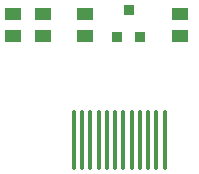
<source format=gbp>
G04*
G04 #@! TF.GenerationSoftware,Altium Limited,Altium Designer,20.1.10 (176)*
G04*
G04 Layer_Color=128*
%FSLAX25Y25*%
%MOIN*%
G70*
G04*
G04 #@! TF.SameCoordinates,6CBB9ED5-C892-48F8-8F6F-D4B66391D099*
G04*
G04*
G04 #@! TF.FilePolarity,Positive*
G04*
G01*
G75*
G04:AMPARAMS|DCode=17|XSize=15.75mil|YSize=196.85mil|CornerRadius=3.94mil|HoleSize=0mil|Usage=FLASHONLY|Rotation=180.000|XOffset=0mil|YOffset=0mil|HoleType=Round|Shape=RoundedRectangle|*
%AMROUNDEDRECTD17*
21,1,0.01575,0.18898,0,0,180.0*
21,1,0.00787,0.19685,0,0,180.0*
1,1,0.00787,-0.00394,0.09449*
1,1,0.00787,0.00394,0.09449*
1,1,0.00787,0.00394,-0.09449*
1,1,0.00787,-0.00394,-0.09449*
%
%ADD17ROUNDEDRECTD17*%
%ADD18R,0.05512X0.04134*%
%ADD19R,0.03543X0.03740*%
%ADD20R,0.03543X0.03740*%
D17*
X-52756Y57087D02*
D03*
X-44488D02*
D03*
X-36220D02*
D03*
X-27953D02*
D03*
X-58268D02*
D03*
X-55512D02*
D03*
X-50000D02*
D03*
X-47244D02*
D03*
X-41732D02*
D03*
X-38976D02*
D03*
X-33465D02*
D03*
X-30709D02*
D03*
D18*
X-23000Y99142D02*
D03*
Y91858D02*
D03*
X-54500Y99142D02*
D03*
Y91858D02*
D03*
X-78500Y99142D02*
D03*
Y91858D02*
D03*
X-68500Y99142D02*
D03*
Y91858D02*
D03*
D19*
X-36260Y91374D02*
D03*
X-40000Y100626D02*
D03*
D20*
X-43740Y91374D02*
D03*
M02*

</source>
